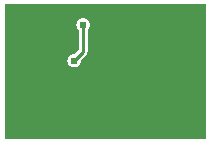
<source format=gbl>
G04 ---------------------------- Layer name :BOTTOM LAYER*
G04 EasyEDA v5.8.22, Fri, 11 Jan 2019 07:15:20 GMT*
G04 e7f6ecffdef140e2b453e7abaca3b96b*
G04 Gerber Generator version 0.2*
G04 Scale: 100 percent, Rotated: No, Reflected: No *
G04 Dimensions in millimeters *
G04 leading zeros omitted , absolute positions ,3 integer and 3 decimal *
%FSLAX33Y33*%
%MOMM*%
G90*
G71D02*

%ADD10C,0.254000*%
%ADD12C,0.619760*%

%LPD*%
G36*
G01X17018Y0D02*
G01X0Y0D01*
G01X0Y11430D01*
G01X17018Y11430D01*
G01X17018Y0D01*
G37*

%LPC*%
G36*
G01X5771Y6041D02*
G01X5827Y6037D01*
G01X5884Y6039D01*
G01X5940Y6046D01*
G01X5995Y6058D01*
G01X6048Y6076D01*
G01X6100Y6099D01*
G01X6149Y6128D01*
G01X6195Y6161D01*
G01X6237Y6198D01*
G01X6275Y6239D01*
G01X6309Y6284D01*
G01X6339Y6333D01*
G01X6363Y6383D01*
G01X6383Y6437D01*
G01X6397Y6491D01*
G01X6405Y6547D01*
G01X6408Y6604D01*
G01X6407Y6630D01*
G01X6873Y7096D01*
G01X6882Y7105D01*
G01X6891Y7115D01*
G01X6899Y7125D01*
G01X6907Y7135D01*
G01X6915Y7146D01*
G01X6922Y7157D01*
G01X6929Y7168D01*
G01X6936Y7179D01*
G01X6942Y7190D01*
G01X6948Y7202D01*
G01X6953Y7214D01*
G01X6958Y7226D01*
G01X6963Y7238D01*
G01X6967Y7250D01*
G01X6970Y7263D01*
G01X6974Y7275D01*
G01X6977Y7288D01*
G01X6979Y7301D01*
G01X6981Y7314D01*
G01X6982Y7327D01*
G01X6984Y7339D01*
G01X6984Y7352D01*
G01X6985Y7366D01*
G01X6985Y9233D01*
G01X6999Y9246D01*
G01X7037Y9287D01*
G01X7071Y9332D01*
G01X7101Y9381D01*
G01X7125Y9431D01*
G01X7145Y9485D01*
G01X7159Y9539D01*
G01X7167Y9595D01*
G01X7170Y9652D01*
G01X7167Y9708D01*
G01X7159Y9764D01*
G01X7145Y9818D01*
G01X7125Y9872D01*
G01X7101Y9922D01*
G01X7071Y9971D01*
G01X7037Y10016D01*
G01X6999Y10057D01*
G01X6957Y10094D01*
G01X6911Y10127D01*
G01X6862Y10156D01*
G01X6810Y10179D01*
G01X6757Y10197D01*
G01X6702Y10209D01*
G01X6646Y10216D01*
G01X6589Y10218D01*
G01X6533Y10214D01*
G01X6477Y10204D01*
G01X6423Y10188D01*
G01X6371Y10168D01*
G01X6320Y10142D01*
G01X6273Y10111D01*
G01X6229Y10076D01*
G01X6188Y10037D01*
G01X6152Y9994D01*
G01X6120Y9947D01*
G01X6093Y9897D01*
G01X6071Y9845D01*
G01X6055Y9791D01*
G01X6043Y9736D01*
G01X6038Y9680D01*
G01X6038Y9623D01*
G01X6043Y9567D01*
G01X6055Y9512D01*
G01X6071Y9458D01*
G01X6093Y9406D01*
G01X6120Y9356D01*
G01X6152Y9309D01*
G01X6188Y9266D01*
G01X6223Y9233D01*
G01X6223Y7523D01*
G01X5868Y7169D01*
G01X5827Y7170D01*
G01X5771Y7166D01*
G01X5715Y7156D01*
G01X5661Y7140D01*
G01X5609Y7120D01*
G01X5558Y7094D01*
G01X5511Y7063D01*
G01X5467Y7028D01*
G01X5426Y6989D01*
G01X5390Y6946D01*
G01X5358Y6899D01*
G01X5331Y6849D01*
G01X5309Y6797D01*
G01X5293Y6743D01*
G01X5281Y6688D01*
G01X5276Y6632D01*
G01X5276Y6575D01*
G01X5281Y6519D01*
G01X5293Y6464D01*
G01X5309Y6410D01*
G01X5331Y6358D01*
G01X5358Y6308D01*
G01X5390Y6261D01*
G01X5426Y6218D01*
G01X5467Y6179D01*
G01X5511Y6144D01*
G01X5558Y6113D01*
G01X5609Y6087D01*
G01X5661Y6067D01*
G01X5715Y6051D01*
G01X5771Y6041D01*
G37*

%LPD*%
G54D10*
G01X6604Y9652D02*
G01X6604Y7366D01*
G01X5842Y6604D01*
G54D12*
G01X6604Y9652D03*
G01X5842Y6604D03*
G01X5842Y1524D03*
G01X5842Y5334D03*
M00*
M02*

</source>
